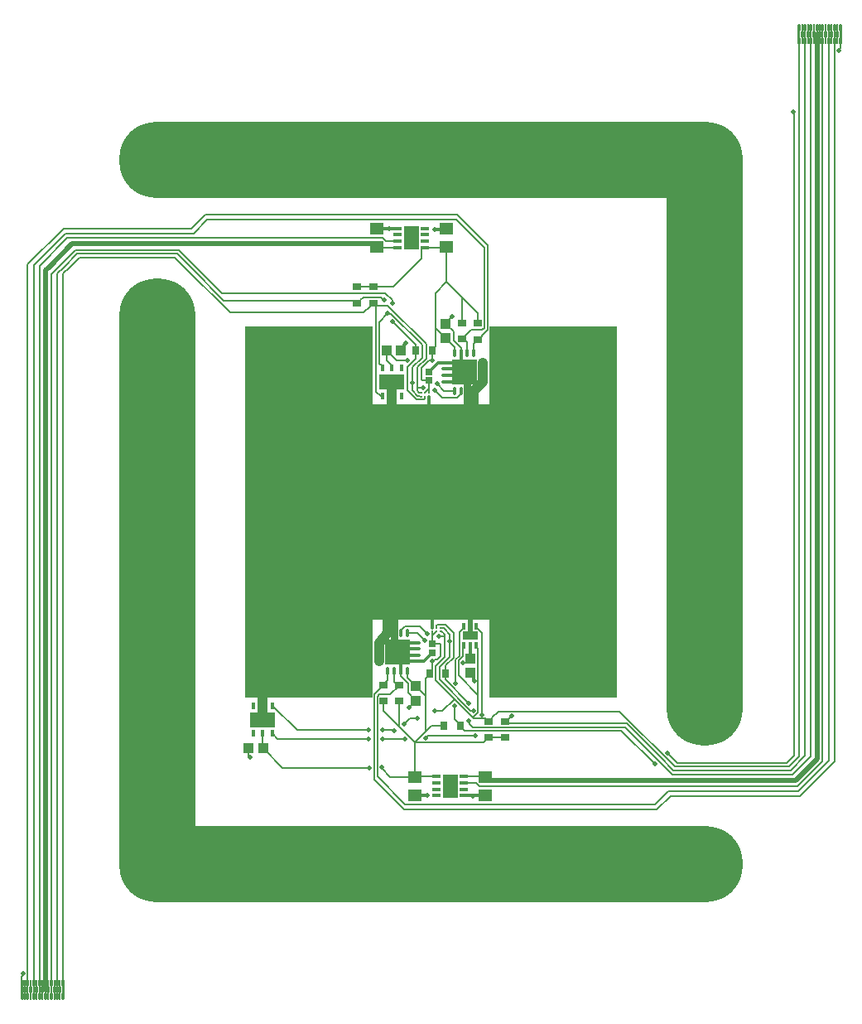
<source format=gbr>
%FSLAX23Y23*%
%MOIN*%
%SFA1B1*%

%IPPOS*%
%AMD26*
4,1,8,-0.433100,0.424400,-0.433100,-0.424400,-0.424400,-0.433100,0.424400,-0.433100,0.433100,-0.424400,0.433100,0.424400,0.424400,0.433100,-0.424400,0.433100,-0.433100,0.424400,0.0*
1,1,0.017320,-0.424400,0.424400*
1,1,0.017320,-0.424400,-0.424400*
1,1,0.017320,0.424400,-0.424400*
1,1,0.017320,0.424400,0.424400*
%
%AMD35*
4,1,11,-0.005900,-0.039300,-0.005900,0.035500,-0.001900,0.039400,-0.001900,0.039400,0.002000,0.039400,0.006000,0.035500,0.006000,0.014800,0.002000,0.010900,0.002000,-0.014700,0.006000,-0.018700,0.006000,-0.039300,-0.005900,-0.039300,0.0*
%
%AMD36*
4,1,12,-0.005900,-0.012800,-0.005900,0.008900,-0.001900,0.012800,-0.001900,0.039400,0.002000,0.039400,0.002000,0.012800,0.006000,0.008900,0.006000,-0.012800,0.002000,-0.016700,0.002000,-0.039300,-0.001900,-0.039300,-0.001900,-0.016700,-0.005900,-0.012800,0.0*
%
%AMD37*
4,1,14,-0.005900,-0.039300,-0.005900,-0.018700,-0.001900,-0.014700,-0.001900,0.010900,-0.005900,0.014800,-0.005900,0.035500,-0.001900,0.039400,0.002000,0.039400,0.006000,0.035500,0.006000,0.014800,0.002000,0.010900,0.002000,-0.014700,0.006000,-0.018700,0.006000,-0.039300,-0.005900,-0.039300,0.0*
%
%AMD38*
4,1,12,-0.005900,-0.039300,-0.005900,-0.018700,-0.001900,-0.014700,-0.001900,-0.014700,-0.001900,0.010900,-0.005900,0.014800,-0.005900,0.014800,-0.005900,0.035500,-0.001900,0.039400,0.002000,0.039400,0.006000,0.035500,0.006000,-0.039300,-0.005900,-0.039300,0.0*
%
%AMD39*
4,1,11,0.006000,0.039400,0.006000,-0.035400,0.002000,-0.039300,0.002000,-0.039300,-0.001900,-0.039300,-0.005900,-0.035400,-0.005900,-0.014700,-0.001900,-0.010800,-0.001900,0.014800,-0.005900,0.018700,-0.005900,0.039400,0.006000,0.039400,0.0*
%
%AMD40*
4,1,12,0.006000,0.012800,0.006000,-0.008800,0.002000,-0.012800,0.002000,-0.039300,-0.001900,-0.039300,-0.001900,-0.012800,-0.005900,-0.008800,-0.005900,0.012800,-0.001900,0.016800,-0.001900,0.039400,0.002000,0.039400,0.002000,0.016800,0.006000,0.012800,0.0*
%
%AMD41*
4,1,14,0.006000,0.039400,0.006000,0.018700,0.002000,0.014800,0.002000,-0.010800,0.006000,-0.014700,0.006000,-0.035400,0.002000,-0.039300,-0.001900,-0.039300,-0.005900,-0.035400,-0.005900,-0.014700,-0.001900,-0.010800,-0.001900,0.014800,-0.005900,0.018700,-0.005900,0.039400,0.006000,0.039400,0.0*
%
%AMD42*
4,1,12,0.006000,0.039400,0.006000,0.018700,0.002000,0.014800,0.002000,0.014800,0.002000,-0.010800,0.006000,-0.014700,0.006000,-0.014700,0.006000,-0.035400,0.002000,-0.039300,-0.001900,-0.039300,-0.005900,-0.035400,-0.005900,0.039400,0.006000,0.039400,0.0*
%
%ADD10R,0.057090X0.051180*%
%ADD11R,0.039370X0.039370*%
%ADD12R,0.039370X0.039370*%
%ADD13R,0.028350X0.026770*%
%ADD14R,0.027560X0.035430*%
%ADD15R,0.035430X0.027560*%
%ADD16R,0.011810X0.027560*%
%ADD17R,0.062990X0.035040*%
%ADD18R,0.058660X0.094490*%
%ADD19R,0.035430X0.013780*%
%ADD20C,0.007870*%
%ADD21R,0.102360X0.102360*%
%ADD22O,0.033470X0.011810*%
%ADD23O,0.011810X0.033470*%
%ADD24R,0.015750X0.031500*%
%ADD25R,0.098430X0.059060*%
G04~CAMADD=26~8~0.0~0.0~8661.4~8661.4~86.6~0.0~15~0.0~0.0~0.0~0.0~0~0.0~0.0~0.0~0.0~0~0.0~0.0~0.0~90.0~8662.0~8662.0*
%ADD26D26*%
%ADD27C,0.307090*%
%ADD28C,0.005510*%
%ADD29C,0.019680*%
%ADD30C,0.007870*%
%ADD31C,0.039370*%
%ADD32C,0.029530*%
%ADD33C,0.011810*%
%ADD34C,0.307090*%
%ADD35D35*%
%ADD36D36*%
%ADD37D37*%
%ADD38D38*%
%ADD39D39*%
%ADD40D40*%
%ADD41D41*%
%ADD42D42*%
%ADD43C,0.019680*%
%LNhumflex2_1_copper_signal_top-1*%
%LPD*%
G36*
X-551Y-551D02*
X-39D01*
Y-236*
X433*
Y-551*
X944*
Y944*
X433*
Y629*
X-39*
Y944*
X-551*
Y-551*
G37*
G54D10*
X132Y-870D03*
Y-943D03*
X416Y-870D03*
Y-943D03*
X-23Y1262D03*
Y1335D03*
X259Y1262D03*
Y1335D03*
G54D11*
X355Y-451D03*
Y-394D03*
X136Y-562D03*
Y-505D03*
X255Y954D03*
Y897D03*
G54D12*
X-537Y-755D03*
X-480D03*
X75Y846D03*
X18D03*
G54D13*
X203Y-369D03*
Y-334D03*
X188Y761D03*
Y726D03*
G54D14*
X314Y-665D03*
X249D03*
X190Y-454D03*
X256D03*
X136Y846D03*
X201D03*
G54D15*
X495Y-711D03*
Y-646D03*
X428D03*
Y-711D03*
X69Y-565D03*
Y-500D03*
X6Y-499D03*
Y-564D03*
X385Y956D03*
Y891D03*
X322Y892D03*
Y957D03*
X-35Y1103D03*
Y1038D03*
X-102D03*
Y1103D03*
G54D16*
X379Y-262D03*
X354D03*
X328D03*
X379Y-340D03*
X354D03*
X328D03*
G54D17*
X354Y-301D03*
G54D18*
X274Y-906D03*
X118Y1299D03*
G54D19*
X329Y-945D03*
Y-919D03*
Y-894D03*
Y-868D03*
X219Y-945D03*
Y-919D03*
Y-894D03*
Y-868D03*
X63Y1337D03*
Y1312D03*
Y1286D03*
Y1260D03*
X173Y1337D03*
Y1312D03*
Y1286D03*
Y1260D03*
G54D20*
X235Y-284D03*
X219D03*
X203D03*
X235Y-269D03*
X219D03*
X203D03*
X157Y677D03*
X173D03*
X188D03*
X157Y661D03*
X173D03*
X188D03*
G54D21*
X62Y-367D03*
X330Y759D03*
G54D22*
X137Y-329D03*
Y-354D03*
Y-380D03*
Y-405D03*
X-13D03*
Y-380D03*
Y-354D03*
Y-329D03*
X254Y721D03*
Y747D03*
Y772D03*
Y798D03*
X406D03*
Y772D03*
Y747D03*
Y721D03*
G54D23*
X100Y-443D03*
X74D03*
X49D03*
X23D03*
Y-291D03*
X49D03*
X74D03*
X100D03*
X292Y835D03*
X317D03*
X343D03*
X369D03*
Y684D03*
X343D03*
X317D03*
X292D03*
G54D24*
X-441Y-582D03*
X-481D03*
X-520D03*
X-441Y-695D03*
X-481D03*
X-520D03*
X0Y663D03*
X39D03*
X78D03*
X0Y777D03*
X39D03*
X78D03*
G54D25*
X-481Y-639D03*
X39Y720D03*
G54D26*
X196Y196D03*
G54D27*
X-905Y-1220D02*
Y984D01*
Y-1220D02*
X1299D01*
Y-590D02*
Y1614D01*
X-905D02*
X1299D01*
G54D28*
X185Y-704D02*
X374D01*
X177Y-712D02*
X185Y-704D01*
X175Y-712D02*
X177D01*
X314Y-669D02*
X330Y-685D01*
X963*
X1097Y-818*
X314Y-669D02*
Y-665D01*
X1149Y-775D02*
X1188Y-814D01*
X1177Y-828D02*
X1637D01*
X1167Y-859D02*
X1653D01*
X956Y-607D02*
X1177Y-828D01*
X984Y-654D02*
X1117Y-787D01*
X1173Y-843D02*
X1644D01*
X978Y-670D02*
X1095Y-787D01*
X1117D02*
X1173Y-843D01*
X1095Y-787D02*
X1167Y-859D01*
X364Y-670D02*
X978D01*
X291Y-637D02*
X314Y-661D01*
X291Y-637D02*
Y-582D01*
X314Y-665D02*
Y-661D01*
X231Y-477D02*
X355Y-602D01*
X256Y-478D02*
X349Y-572D01*
X290Y-556D02*
X364Y-630D01*
X241Y-605D02*
X290Y-556D01*
X215Y-481D02*
X290Y-556D01*
X349Y-643D02*
X352Y-645D01*
Y-657D02*
X364Y-670D01*
X352Y-657D02*
Y-645D01*
X-1403Y-1728D02*
Y1181D01*
X-1427Y1194D02*
X-1283Y1338D01*
X-1427Y1181D02*
Y1194D01*
X-1403Y1190D02*
X-1275Y1318D01*
X-1379Y1187D02*
X-1267Y1299D01*
X-1379Y1181D02*
Y1187D01*
X-1427Y-1728D02*
Y1181D01*
X-1379Y-1728D02*
Y1181D01*
X-1403D02*
Y1190D01*
X-1309Y-1728D02*
Y1155D01*
X-1332Y-1728D02*
Y1154D01*
X-1285Y-1728D02*
Y1155D01*
X-1259Y1181*
X-1332Y1154D02*
X-1305Y1181D01*
X-1309Y1155D02*
X-1283Y1181D01*
X-1228Y1236*
X-1259Y1181D02*
X-1220Y1220D01*
X-1305Y1181D02*
X-1234Y1251D01*
X1654Y1807D02*
X1659Y1802D01*
X1844Y2083D02*
Y2120D01*
X1773Y-787D02*
Y2120D01*
X1820Y-787D02*
Y2120D01*
X1797Y-787D02*
Y2120D01*
X1659Y1802D02*
Y-783D01*
X1726Y-786D02*
Y2120D01*
X1702Y-785D02*
Y2120D01*
X1678D02*
Y-787D01*
X1680Y-946D02*
X1820Y-806D01*
X1674Y-926D02*
X1797Y-804D01*
X1673Y-906D02*
X1773Y-807D01*
Y-787*
X1820Y-806D02*
Y-787D01*
X1653Y-859D02*
X1726Y-786D01*
X1644Y-843D02*
X1702Y-785D01*
X1637Y-828D02*
X1678Y-787D01*
X1797Y-804D02*
Y-787D01*
X1627Y-814D02*
X1659Y-783D01*
X369Y835D02*
Y873D01*
X330Y893D02*
X343Y880D01*
X326Y893D02*
X330D01*
X169Y649D02*
X173Y652D01*
X173Y661*
X137Y649D02*
X169D01*
X141Y664D02*
X143Y663D01*
X145Y662*
X157Y661*
X146Y680D02*
X147Y678D01*
X157Y677*
X317Y673D02*
Y684D01*
X302Y657D02*
X317Y673D01*
X122Y688D02*
X141Y664D01*
X249Y684D02*
X292D01*
X240Y657D02*
X302D01*
X122Y688D02*
Y716D01*
X102Y685D02*
X137Y649D01*
X141Y688D02*
Y686D01*
Y688D02*
Y693D01*
X142Y685D02*
X146Y680D01*
X141Y686D02*
X142Y685D01*
X122Y716D02*
Y779D01*
X141Y693D02*
X145Y697D01*
X165*
X0Y777D02*
Y785D01*
X15Y1286D02*
X63D01*
X359Y929D02*
X403D01*
X413Y938*
X389Y891D02*
X400Y902D01*
X385Y891D02*
X389D01*
X400Y906D02*
X425Y930D01*
X400Y902D02*
Y906D01*
X-11Y793D02*
Y960D01*
X-24Y681D02*
X-5Y662D01*
X-11Y793D02*
X-8Y790D01*
X-5*
X0Y785*
X-24Y681D02*
Y1027D01*
X-91Y1045D02*
X-87Y1049D01*
X-24Y1027D02*
X23D01*
X40Y1038D02*
X43Y1035D01*
X40Y1038D02*
Y1049D01*
X-35Y1038D02*
X-24Y1027D01*
X-24Y1027*
X23Y1027D02*
X177Y874D01*
X136Y846D02*
Y871D01*
X161Y818D02*
Y870D01*
X177Y814D02*
Y874D01*
X-50Y1027D02*
X-39Y1038D01*
X-35*
X2Y1299D02*
X15Y1286D01*
X-5Y662D02*
X0D01*
X-91Y1027D02*
Y1045D01*
X369Y873D02*
X386Y890D01*
X343Y835D02*
Y880D01*
X-748Y1181D02*
D01*
X25Y994D02*
X36D01*
X23Y996D02*
X25Y994D01*
X36D02*
X161Y870D01*
X-11Y960D02*
X23Y996D01*
X141Y779D02*
X177Y814D01*
X122Y779D02*
X161Y818D01*
X136Y813D02*
Y846D01*
X102Y685D02*
Y779D01*
X136Y813*
X141Y693D02*
Y779D01*
X-111Y1047D02*
X-91Y1027D01*
X-87Y1049D02*
D01*
X-4Y1061D02*
X5Y1051D01*
X-87Y1049D02*
X-75Y1061D01*
X5Y1051D02*
X7D01*
X-75Y1061D02*
X-4D01*
X-748Y1181D02*
X-645Y1078D01*
X12D02*
X40Y1049D01*
X-645Y1078D02*
X12D01*
X-50Y1023D02*
Y1027D01*
X220Y712D02*
X249Y684D01*
X43Y964D02*
X136Y871D01*
X212Y685D02*
Y686D01*
Y685D02*
X240Y657D01*
X425Y1181D02*
D01*
Y930D02*
Y1181D01*
Y1271D01*
X413Y938D02*
Y1181D01*
Y1259*
X299Y1374D02*
X413Y1259D01*
X-704Y1374D02*
X299D01*
X303Y1393D02*
X425Y1271D01*
X-712Y1393D02*
X303D01*
X325Y895D02*
X359Y929D01*
X-1267Y1299D02*
X2D01*
X322Y892D02*
X325Y895D01*
X-1283Y1338D02*
X-767D01*
X-712Y1393*
X-1275Y1318D02*
X-759D01*
X-704Y1374*
X-818Y1251D02*
X-748Y1181D01*
X-1234Y1251D02*
X-818D01*
X-637Y1047D02*
X-111D01*
X-1228Y1236D02*
X-826D01*
X-770Y1181D02*
X-637Y1047D01*
X-770Y1181D02*
D01*
X-826Y1236D02*
X-770Y1181D01*
X-1220Y1220D02*
X-834D01*
X-795Y1181D02*
D01*
X-834Y1220D02*
X-795Y1181D01*
X-74Y999D02*
X-50Y1023D01*
X-613Y999D02*
X-74D01*
X-795Y1181D02*
X-613Y999D01*
X443Y-631D02*
X467Y-607D01*
X67Y-502D02*
X69Y-500D01*
X152Y-265D02*
X180Y-292D01*
Y-294D02*
Y-292D01*
X143Y-291D02*
X172Y-320D01*
X443Y-635D02*
Y-631D01*
X256Y-454D02*
Y-421D01*
X49Y-488D02*
Y-443D01*
X6Y-498D02*
X23Y-480D01*
X428Y-646D02*
X432D01*
X443Y-635*
X256Y-478D02*
Y-454D01*
X2Y-499D02*
X6D01*
X329Y-894D02*
X377D01*
X246Y-305D02*
X251Y-301D01*
X249Y-292D02*
X251Y-294D01*
X246Y-288D02*
X249Y-292D01*
X251Y-301D02*
Y-296D01*
Y-294D02*
Y-296D01*
X270Y-324D02*
Y-296D01*
X90Y-265D02*
X152D01*
X100Y-291D02*
X143D01*
X251Y-272D02*
X270Y-296D01*
X74Y-280D02*
X90Y-265D01*
X74Y-291D02*
Y-280D01*
X235Y-284D02*
X244Y-286D01*
X246Y-288*
X235Y-269D02*
X247Y-270D01*
X249Y-270*
X251Y-272*
X222Y-257D02*
X254D01*
X219Y-269D02*
X219Y-260D01*
X222Y-257*
X62Y-501D02*
X65D01*
X49Y-488D02*
X62Y-501D01*
X23Y-480D02*
Y-443D01*
X231Y-426D02*
X270Y-387D01*
X231Y-477D02*
Y-426D01*
X215Y-481D02*
Y-422D01*
X227Y-305D02*
X246D01*
X215Y-422D02*
X251Y-387D01*
Y-301*
X379Y-348D02*
Y-340D01*
X387Y-277D02*
X388D01*
X379Y-269D02*
X387Y-277D01*
X379Y-269D02*
Y-262D01*
X493Y-644D02*
X501D01*
X520Y-625D02*
X523D01*
X501Y-644D02*
X520Y-625D01*
X493Y-644D02*
X504Y-654D01*
X388Y-277D02*
X400Y-289D01*
X270Y-387D02*
Y-324D01*
X379Y-348D02*
X386Y-355D01*
X364Y-630D02*
X386Y-609D01*
X310Y-288D02*
X320Y-277D01*
X328Y-269D02*
Y-262D01*
X320Y-277D02*
X320D01*
X328Y-269*
X325Y-354D02*
X325Y-354D01*
Y-343*
X328Y-340*
X307Y-401D02*
X325Y-383D01*
Y-354*
X254Y-257D02*
X287Y-290D01*
Y-389D02*
Y-290D01*
X256Y-421D02*
X287Y-389D01*
X310Y-382D02*
Y-288D01*
X294Y-398D02*
X310Y-382D01*
X367Y-602D02*
X368Y-603D01*
X355Y-602D02*
X367D01*
X386Y-540D02*
Y-355D01*
X307Y-460D02*
X386Y-540D01*
Y-609D02*
Y-540D01*
X307Y-460D02*
Y-401D01*
X377Y-894D02*
X390Y-906D01*
X1097Y-981D02*
X1152Y-926D01*
X1105Y-1001D02*
X1160Y-946D01*
X294Y-490D02*
Y-398D01*
Y-490D02*
X296Y-492D01*
X89Y-1001D02*
X1105D01*
X93Y-981D02*
X1097D01*
X-441Y-695D02*
X-421Y-716D01*
X-55*
X33Y-536D02*
X67Y-502D01*
X-32Y-879D02*
Y-788D01*
Y-538D02*
X-8Y-514D01*
Y-510D02*
X2Y-499D01*
X-32Y-879D02*
X89Y-1001D01*
X-20Y-867D02*
X93Y-981D01*
X-8Y-514D02*
Y-510D01*
X-20Y-788D02*
D01*
Y-546D02*
X-11Y-536D01*
X-20Y-867D02*
Y-788D01*
X-11Y-536D02*
X33D01*
X-20Y-788D02*
Y-546D01*
X-32Y-788D02*
Y-538D01*
X-441Y-582D02*
X-343Y-681D01*
X-56*
X91Y-717D02*
X92Y-718D01*
X0Y-716D02*
X0Y-717D01*
X91*
X48Y-681D02*
X49Y-682D01*
X1Y-681D02*
X48D01*
X0Y-681D02*
X1Y-681D01*
X210Y-605D02*
X241D01*
X112Y-632D02*
X142D01*
X87Y-657D02*
X112Y-632D01*
X467Y-607D02*
X956D01*
X504Y-654D02*
X984D01*
X1160Y-946D02*
X1680D01*
X1152Y-926D02*
X1674D01*
X390Y-906D02*
X1673D01*
X1188Y-814D02*
X1627D01*
X418Y-636D02*
X428Y-646D01*
X364Y-630D02*
X369Y-635D01*
X417*
X400Y-619D02*
Y-289D01*
G54D29*
X-1354Y-1728D02*
Y1169D01*
X-1342Y1181D02*
X-1248Y1275D01*
X-1354Y1169D02*
X-1342Y1181D01*
X1750Y2120D02*
D01*
Y-798D02*
Y-787D01*
Y2120*
X1664Y-883D02*
X1750Y-798D01*
X-36Y1275D02*
X-23Y1262D01*
X-1248Y1275D02*
X-36D01*
X416Y-870D02*
X429Y-883D01*
X1664*
X354Y-301D02*
Y-262D01*
X196Y196D02*
X354Y39D01*
Y-262D02*
Y39D01*
G54D30*
X-1444Y-1664D02*
Y-1661D01*
X-1452Y-1672D02*
X-1444Y-1664D01*
X-1452Y-1726D02*
Y-1672D01*
X1837Y2057D02*
X1844Y2064D01*
X1837Y2053D02*
Y2057D01*
X1844Y2064D02*
Y2083D01*
X157Y730D02*
X162Y726D01*
X188*
X257Y1260D02*
X259Y1262D01*
X18Y805D02*
X39Y785D01*
X18Y805D02*
Y846D01*
X39Y777D02*
Y785D01*
X188Y692D02*
Y726D01*
Y677D02*
Y692D01*
X173Y677D02*
X188Y692D01*
X157Y730D02*
Y775D01*
X259Y1122D02*
Y1262D01*
X216Y937D02*
Y1078D01*
X259Y1122*
X322Y1059*
X216Y864D02*
Y937D01*
X211Y860D02*
X211D01*
X216Y864*
X200Y849D02*
X211Y860D01*
X-102Y1103D02*
X-35D01*
X44*
X159Y1257D02*
X162Y1260D01*
X159Y1218D02*
Y1257D01*
X44Y1103D02*
X159Y1218D01*
X162Y1260D02*
X173D01*
X257*
X-21D02*
X63D01*
X322Y957D02*
Y1059D01*
X18Y846D02*
X57Y807D01*
X157Y775D02*
X188Y807D01*
X200*
X322Y1059D02*
X385Y996D01*
Y956D02*
Y996D01*
X255Y954D02*
X287Y923D01*
X291Y836D02*
Y861D01*
X255Y897D02*
X291Y861D01*
X216Y937D02*
X255Y897D01*
X291Y836D02*
X292Y835D01*
X317Y836D02*
X317Y835D01*
X287Y885D02*
X317Y855D01*
X287Y885D02*
Y923D01*
X317Y836D02*
Y855D01*
X57Y807D02*
X102D01*
X255Y954D02*
Y956D01*
X283Y984*
X-23Y1262D02*
X-22Y1261D01*
X-21Y1260*
X414Y-868D02*
X415Y-869D01*
X416Y-870*
X109Y-591D02*
X136Y-564D01*
Y-562*
X75Y-462D02*
Y-443D01*
X105Y-531D02*
Y-492D01*
X75Y-462D02*
X105Y-492D01*
X74Y-443D02*
X75Y-443D01*
X100Y-443D02*
X101Y-444D01*
X136Y-505D02*
X176Y-544D01*
X101Y-469D02*
X136Y-505D01*
X101Y-469D02*
Y-444D01*
X105Y-531D02*
X136Y-562D01*
X6Y-603D02*
Y-564D01*
X329Y-868D02*
X414D01*
X134D02*
X219D01*
X176Y-472D02*
X180Y-467D01*
X181*
X176Y-544D02*
Y-472D01*
X203Y-300D02*
X219Y-284D01*
X203Y-300D02*
Y-284D01*
Y-334D02*
Y-300D01*
X132Y-870D02*
X134Y-868D01*
X203Y-334D02*
X230D01*
X235Y-383D02*
Y-338D01*
X230Y-334D02*
X235Y-338D01*
X220Y-398D02*
X235Y-383D01*
X211Y-398D02*
X220D01*
X202Y-403D02*
X205D01*
X200Y-448D02*
Y-405D01*
X205Y-403D02*
X211Y-398D01*
X200Y-405D02*
X202Y-403D01*
X339Y-410D02*
X355Y-394D01*
X326Y-410D02*
X326Y-410D01*
X339*
X181Y-467D02*
X200Y-448D01*
X200Y807D02*
Y849D01*
X424Y-711D02*
X495D01*
X132Y-870D02*
Y-729D01*
X69Y-666D02*
X132Y-729D01*
X409D02*
X414Y-724D01*
Y-721D02*
X424Y-711D01*
X414Y-724D02*
Y-721D01*
X132Y-729D02*
X409D01*
X69Y-666D02*
Y-565D01*
X6Y-603D02*
X69Y-666D01*
X132Y-729D02*
X176Y-686D01*
X219Y-868D02*
X230D01*
X233Y-865*
X176Y-686D02*
Y-544D01*
X31Y-870D02*
X132D01*
X-481Y-754D02*
Y-695D01*
X-3Y-834D02*
X31Y-870D01*
X-3Y-834D02*
Y-831D01*
X-481Y-754D02*
X-480Y-755D01*
X-403Y-832*
X-52*
X-537Y-784D02*
Y-755D01*
Y-784D02*
X-531Y-790D01*
X176Y-686D02*
X197Y-665D01*
X249*
G54D31*
X406Y721D02*
Y747D01*
Y772*
Y798*
X369Y369D02*
Y606D01*
X23Y23D02*
X195Y195D01*
X23Y-214D02*
Y23D01*
X-13Y-405D02*
Y-380D01*
Y-354*
Y-329*
X196Y196D02*
X369Y369D01*
X39Y354D02*
X188Y204D01*
X39Y354D02*
Y663D01*
Y720*
X-481Y-639D02*
Y-582D01*
Y-528D02*
X-480Y-527D01*
X-481Y-582D02*
Y-528D01*
X-13Y-329D02*
X23Y-291D01*
Y-214*
X369Y606D02*
Y684D01*
X406Y721*
G54D32*
X343Y615D02*
X352Y606D01*
X330Y759D02*
X343Y747D01*
Y684D02*
Y747D01*
X49Y-354D02*
Y-291D01*
Y-222*
Y-354D02*
X62Y-367D01*
X23Y-214D02*
X40D01*
X49Y-222*
X352Y606D02*
X369D01*
X343Y615D02*
Y684D01*
G54D33*
X254Y747D02*
X317D01*
X254Y721D02*
X292D01*
X317Y747*
X330Y759*
X254Y772D02*
X317D01*
X292Y798D02*
X317Y772D01*
X330Y759*
X317Y772D02*
Y835D01*
X197Y770D02*
X225Y798D01*
X197Y769D02*
Y770D01*
X189Y761D02*
X197Y769D01*
X188Y761D02*
X189D01*
X75Y846D02*
X89Y860D01*
Y870*
X-23Y1335D02*
X22D01*
X25Y1338D02*
X27D01*
X22Y1335D02*
X25Y1338D01*
X27D02*
X28Y1338D01*
X62*
X63Y1337*
X212Y1334D02*
X258D01*
X259Y1335*
X225Y798D02*
X254D01*
X292*
X89Y870D02*
X94Y875D01*
Y877*
X188Y204D02*
X196Y196D01*
X100Y-405D02*
X137D01*
X167*
X132Y-943D02*
X133Y-942D01*
X180*
X329Y-945D02*
X330Y-945D01*
X364*
X365Y-946*
X367D02*
X370Y-943D01*
X365Y-946D02*
X367D01*
X370Y-943D02*
X416D01*
X202Y-369D02*
X203D01*
X195Y-377D02*
X202Y-369D01*
X195Y-377D02*
Y-377D01*
X167Y-405D02*
X195Y-377D01*
X74Y-443D02*
Y-380D01*
X62Y-367D02*
X74Y-380D01*
X100Y-405*
X74Y-380D02*
X137D01*
X62Y-367D02*
X74Y-354D01*
X100Y-329*
X137*
X74Y-354D02*
X137D01*
X203Y-269D02*
Y187D01*
X188Y204D02*
Y661D01*
X355Y-394D02*
Y-349D01*
X354Y-348D02*
Y-340D01*
Y-348D02*
X355Y-349D01*
X369Y-483D02*
X370Y-484D01*
X355Y-451D02*
X369Y-465D01*
Y-483D02*
Y-465D01*
G54D34*
X-905Y984D03*
X1299Y-590D03*
Y-1220D03*
X354D03*
X39D03*
X-590D03*
X-275D03*
X984D03*
X669D03*
X1299Y1614D03*
X354D03*
X39D03*
X-590D03*
X-275D03*
X984D03*
X669D03*
X-905D03*
X1299Y1299D03*
Y354D03*
Y39D03*
Y-275D03*
Y984D03*
Y669D03*
X-905Y-1220D03*
Y-905D03*
Y-590D03*
Y-275D03*
Y39D03*
Y354D03*
Y669D03*
G54D35*
X1679Y2120D03*
G54D36*
X1690Y2120D03*
X1714D03*
X1738D03*
X1761D03*
X1785D03*
X1809D03*
X1832D03*
G54D37*
X1702Y2120D03*
X1726D03*
X1750D03*
X1773D03*
X1797D03*
X1820D03*
G54D38*
X1844Y2120D03*
G54D39*
X-1285Y-1726D03*
G54D40*
X-1297Y-1726D03*
X-1320D03*
X-1344D03*
X-1368D03*
X-1391D03*
X-1415D03*
X-1438D03*
G54D41*
X-1309Y-1726D03*
X-1332D03*
X-1356D03*
X-1379D03*
X-1403D03*
X-1427D03*
G54D42*
X-1450Y-1726D03*
G54D43*
X374Y-704D03*
X1149Y-775D03*
X291Y-582D03*
X-527Y-527D03*
Y-496D03*
X-503Y-511D03*
X-527Y-464D03*
X-503Y-480D03*
Y-448D03*
X-527Y-433D03*
Y-401D03*
X-503Y-417D03*
X-527Y-370D03*
X-503Y-385D03*
Y-354D03*
X-527Y-338D03*
Y-307D03*
X-503Y-322D03*
X-527Y-275D03*
X-503Y-291D03*
Y-259D03*
X-527Y-244D03*
Y-212D03*
X-503Y-228D03*
X-527Y-181D03*
X-503Y-196D03*
Y-165D03*
X-527Y-149D03*
Y-118D03*
X-503Y-133D03*
X-527Y-86D03*
X-503Y-102D03*
Y-70D03*
X-527Y-55D03*
Y-23D03*
X-503Y-39D03*
X-527Y7D03*
X-503Y-7D03*
Y23D03*
X-527Y39D03*
Y70D03*
X-503Y55D03*
X-527Y102D03*
X-503Y86D03*
Y118D03*
X-527Y133D03*
Y165D03*
X-503Y149D03*
X-527Y196D03*
X-503Y181D03*
Y212D03*
X-527Y228D03*
Y259D03*
X-503Y244D03*
X-527Y291D03*
X-503Y275D03*
Y307D03*
X-527Y322D03*
Y354D03*
X-503Y338D03*
X-527Y385D03*
X-503Y370D03*
Y401D03*
X-527Y417D03*
Y448D03*
X-503Y433D03*
X-527Y480D03*
X-503Y464D03*
Y496D03*
X-527Y511D03*
Y543D03*
X-503Y527D03*
X-527Y574D03*
X-503Y559D03*
Y590D03*
X-527Y606D03*
Y637D03*
X-503Y622D03*
X-527Y669D03*
X-503Y653D03*
Y685D03*
X-527Y700D03*
Y732D03*
X-503Y716D03*
X-527Y763D03*
X-503Y748D03*
Y779D03*
X-527Y795D03*
Y826D03*
X-503Y811D03*
X-527Y858D03*
X-503Y842D03*
Y874D03*
X-527Y889D03*
Y921D03*
X-503Y905D03*
X-480Y-527D03*
Y-496D03*
X-456Y-511D03*
X-480Y-464D03*
X-456Y-480D03*
Y-448D03*
X-480Y-433D03*
Y-401D03*
X-456Y-417D03*
X-480Y-370D03*
X-456Y-385D03*
Y-354D03*
X-480Y-338D03*
Y-307D03*
X-456Y-322D03*
X-480Y-275D03*
X-456Y-291D03*
Y-259D03*
X-480Y-244D03*
Y-212D03*
X-456Y-228D03*
X-480Y-181D03*
X-456Y-196D03*
Y-165D03*
X-480Y-149D03*
Y-118D03*
X-456Y-133D03*
X-480Y-86D03*
X-456Y-102D03*
Y-70D03*
X-480Y-55D03*
Y-23D03*
X-456Y-39D03*
X-480Y7D03*
X-456Y-7D03*
Y23D03*
X-480Y39D03*
Y70D03*
X-456Y55D03*
X-480Y102D03*
X-456Y86D03*
Y118D03*
X-480Y133D03*
Y165D03*
X-456Y149D03*
X-480Y196D03*
X-456Y181D03*
Y212D03*
X-480Y228D03*
Y259D03*
X-456Y244D03*
X-480Y291D03*
X-456Y275D03*
Y307D03*
X-480Y322D03*
Y354D03*
X-456Y338D03*
X-480Y385D03*
X-456Y370D03*
Y401D03*
X-480Y417D03*
Y448D03*
X-456Y433D03*
X-480Y480D03*
X-456Y464D03*
Y496D03*
X-480Y511D03*
Y543D03*
X-456Y527D03*
X-480Y574D03*
X-456Y559D03*
Y590D03*
X-480Y606D03*
Y637D03*
X-456Y622D03*
X-480Y669D03*
X-456Y653D03*
Y685D03*
X-480Y700D03*
Y732D03*
X-456Y716D03*
X-480Y763D03*
X-456Y748D03*
Y779D03*
X-480Y795D03*
Y826D03*
X-456Y811D03*
X-480Y858D03*
X-456Y842D03*
Y874D03*
X-480Y889D03*
Y921D03*
X-456Y905D03*
X-433Y-527D03*
Y-496D03*
X-409Y-511D03*
X-433Y-464D03*
X-409Y-480D03*
Y-448D03*
X-433Y-433D03*
Y-401D03*
X-409Y-417D03*
X-433Y-370D03*
X-409Y-385D03*
Y-354D03*
X-433Y-338D03*
Y-307D03*
X-409Y-322D03*
X-433Y-275D03*
X-409Y-291D03*
Y-259D03*
X-433Y-244D03*
Y-212D03*
X-409Y-228D03*
X-433Y-181D03*
X-409Y-196D03*
Y-165D03*
X-433Y-149D03*
Y-118D03*
X-409Y-133D03*
X-433Y-86D03*
X-409Y-102D03*
Y-70D03*
X-433Y-55D03*
Y-23D03*
X-409Y-39D03*
X-433Y7D03*
X-409Y-7D03*
Y23D03*
X-433Y39D03*
Y70D03*
X-409Y55D03*
X-433Y102D03*
X-409Y86D03*
Y118D03*
X-433Y133D03*
Y165D03*
X-409Y149D03*
X-433Y196D03*
X-409Y181D03*
Y212D03*
X-433Y228D03*
Y259D03*
X-409Y244D03*
X-433Y291D03*
X-409Y275D03*
Y307D03*
X-433Y322D03*
Y354D03*
X-409Y338D03*
X-433Y385D03*
X-409Y370D03*
Y401D03*
X-433Y417D03*
Y448D03*
X-409Y433D03*
X-433Y480D03*
X-409Y464D03*
Y496D03*
X-433Y511D03*
Y543D03*
X-409Y527D03*
X-433Y574D03*
X-409Y559D03*
Y590D03*
X-433Y606D03*
Y637D03*
X-409Y622D03*
X-433Y669D03*
X-409Y653D03*
Y685D03*
X-433Y700D03*
Y732D03*
X-409Y716D03*
X-433Y763D03*
X-409Y748D03*
Y779D03*
X-433Y795D03*
Y826D03*
X-409Y811D03*
X-433Y858D03*
X-409Y842D03*
Y874D03*
X-433Y889D03*
Y921D03*
X-409Y905D03*
X921Y921D03*
Y889D03*
X898Y905D03*
X921Y858D03*
X898Y874D03*
Y842D03*
X921Y826D03*
Y795D03*
X898Y811D03*
X921Y764D03*
X898Y779D03*
Y748D03*
X921Y732D03*
Y701D03*
X898Y716D03*
X921Y669D03*
X898Y685D03*
Y653D03*
X921Y638D03*
Y606D03*
X898Y622D03*
X921Y575D03*
X898Y590D03*
Y559D03*
X921Y543D03*
Y512D03*
X898Y527D03*
X921Y480D03*
X898Y496D03*
Y464D03*
X921Y449D03*
Y417D03*
X898Y433D03*
X921Y386D03*
X898Y401D03*
Y370D03*
X921Y354D03*
Y323D03*
X898Y338D03*
X921Y291D03*
X898Y307D03*
Y275D03*
X921Y260D03*
Y228D03*
X898Y244D03*
X921Y197D03*
X898Y212D03*
Y181D03*
X921Y165D03*
Y134D03*
X898Y149D03*
X921Y102D03*
X898Y118D03*
Y86D03*
X921Y71D03*
Y39D03*
X898Y55D03*
X921Y8D03*
X898Y23D03*
Y-7D03*
X921Y-23D03*
Y-54D03*
X898Y-39D03*
X921Y-86D03*
X898Y-70D03*
Y-102D03*
X921Y-117D03*
Y-149D03*
X898Y-133D03*
X921Y-180D03*
X898Y-165D03*
Y-196D03*
X921Y-212D03*
Y-243D03*
X898Y-228D03*
X921Y-275D03*
X898Y-259D03*
Y-291D03*
X921Y-306D03*
Y-338D03*
X898Y-322D03*
X921Y-369D03*
X898Y-354D03*
Y-385D03*
X921Y-401D03*
Y-432D03*
X898Y-417D03*
X921Y-464D03*
X898Y-448D03*
Y-480D03*
X921Y-495D03*
Y-527D03*
X898Y-511D03*
X874Y921D03*
Y889D03*
X850Y905D03*
X874Y858D03*
X850Y874D03*
Y842D03*
X874Y826D03*
Y795D03*
X850Y811D03*
X874Y764D03*
X850Y779D03*
Y748D03*
X874Y732D03*
Y701D03*
X850Y716D03*
X874Y669D03*
X850Y685D03*
Y653D03*
X874Y638D03*
Y606D03*
X850Y622D03*
X874Y575D03*
X850Y590D03*
Y559D03*
X874Y543D03*
Y512D03*
X850Y527D03*
X874Y480D03*
X850Y496D03*
Y464D03*
X874Y449D03*
Y417D03*
X850Y433D03*
X874Y386D03*
X850Y401D03*
Y370D03*
X874Y354D03*
Y323D03*
X850Y338D03*
X874Y291D03*
X850Y307D03*
Y275D03*
X874Y260D03*
Y228D03*
X850Y244D03*
X874Y197D03*
X850Y212D03*
Y181D03*
X874Y165D03*
Y134D03*
X850Y149D03*
X874Y102D03*
X850Y118D03*
Y86D03*
X874Y71D03*
Y39D03*
X850Y55D03*
X874Y8D03*
X850Y23D03*
Y-7D03*
X874Y-23D03*
Y-54D03*
X850Y-39D03*
X874Y-86D03*
X850Y-70D03*
Y-102D03*
X874Y-117D03*
Y-149D03*
X850Y-133D03*
X874Y-180D03*
X850Y-165D03*
Y-196D03*
X874Y-212D03*
Y-243D03*
X850Y-228D03*
X874Y-275D03*
X850Y-259D03*
Y-291D03*
X874Y-306D03*
Y-338D03*
X850Y-322D03*
X874Y-369D03*
X850Y-354D03*
Y-385D03*
X874Y-401D03*
Y-432D03*
X850Y-417D03*
X874Y-464D03*
X850Y-448D03*
Y-480D03*
X874Y-495D03*
Y-527D03*
X850Y-511D03*
X827Y921D03*
Y889D03*
X803Y905D03*
X827Y858D03*
X803Y874D03*
Y842D03*
X827Y826D03*
Y795D03*
X803Y811D03*
X827Y764D03*
X803Y779D03*
Y748D03*
X827Y732D03*
Y701D03*
X803Y716D03*
X827Y669D03*
X803Y685D03*
Y653D03*
X827Y638D03*
Y606D03*
X803Y622D03*
X827Y575D03*
X803Y590D03*
Y559D03*
X827Y543D03*
Y512D03*
X803Y527D03*
X827Y480D03*
X803Y496D03*
Y464D03*
X827Y449D03*
Y417D03*
X803Y433D03*
X827Y386D03*
X803Y401D03*
Y370D03*
X827Y354D03*
Y323D03*
X803Y338D03*
X827Y291D03*
X803Y307D03*
Y275D03*
X827Y260D03*
Y228D03*
X803Y244D03*
X827Y197D03*
X803Y212D03*
Y181D03*
X827Y165D03*
Y134D03*
X803Y149D03*
X827Y102D03*
X803Y118D03*
Y86D03*
X827Y71D03*
Y39D03*
X803Y55D03*
X827Y8D03*
X803Y23D03*
Y-7D03*
X827Y-23D03*
Y-54D03*
X803Y-39D03*
X827Y-86D03*
X803Y-70D03*
Y-102D03*
X827Y-117D03*
Y-149D03*
X803Y-133D03*
X827Y-180D03*
X803Y-165D03*
Y-196D03*
X827Y-212D03*
Y-243D03*
X803Y-228D03*
X827Y-275D03*
X803Y-259D03*
Y-291D03*
X827Y-306D03*
Y-338D03*
X803Y-322D03*
X827Y-369D03*
X803Y-354D03*
Y-385D03*
X827Y-401D03*
Y-432D03*
X803Y-417D03*
X827Y-464D03*
X803Y-448D03*
Y-480D03*
X827Y-495D03*
Y-527D03*
X803Y-511D03*
X-370Y-409D03*
X-385Y-433D03*
X-354D03*
X-338Y-409D03*
X-307D03*
X-322Y-433D03*
X-275Y-409D03*
X-291Y-433D03*
X-259D03*
X-244Y-409D03*
X-212D03*
X-228Y-433D03*
X-181Y-409D03*
X-196Y-433D03*
X-165D03*
X-149Y-409D03*
X-118D03*
X-133Y-433D03*
X-86Y-409D03*
X-102Y-433D03*
X480Y-409D03*
X496Y-433D03*
X511Y-409D03*
X543D03*
X527Y-433D03*
X574Y-409D03*
X559Y-433D03*
X590D03*
X606Y-409D03*
X637D03*
X622Y-433D03*
X669Y-409D03*
X653Y-433D03*
X685D03*
X700Y-409D03*
X732D03*
X716Y-433D03*
X763Y-409D03*
X748Y-433D03*
X779D03*
X-370Y-456D03*
X-385Y-480D03*
X-354D03*
X-338Y-456D03*
X-307D03*
X-322Y-480D03*
X-275Y-456D03*
X-291Y-480D03*
X-259D03*
X-244Y-456D03*
X-212D03*
X-228Y-480D03*
X-181Y-456D03*
X-196Y-480D03*
X-165D03*
X-149Y-456D03*
X-118D03*
X-133Y-480D03*
X-86Y-456D03*
X-102Y-480D03*
X480Y-456D03*
X496Y-480D03*
X511Y-456D03*
X543D03*
X527Y-480D03*
X574Y-456D03*
X559Y-480D03*
X590D03*
X606Y-456D03*
X637D03*
X622Y-480D03*
X669Y-456D03*
X653Y-480D03*
X685D03*
X700Y-456D03*
X732D03*
X716Y-480D03*
X763Y-456D03*
X748Y-480D03*
X779D03*
X-370Y-503D03*
X-385Y-527D03*
X-354D03*
X-338Y-503D03*
X-307D03*
X-322Y-527D03*
X-275Y-503D03*
X-291Y-527D03*
X-259D03*
X-244Y-503D03*
X-212D03*
X-228Y-527D03*
X-181Y-503D03*
X-196Y-527D03*
X-165D03*
X-149Y-503D03*
X-118D03*
X-133Y-527D03*
X-86Y-503D03*
X-102Y-527D03*
X480Y-503D03*
X496Y-527D03*
X511Y-503D03*
X543D03*
X527Y-527D03*
X574Y-503D03*
X559Y-527D03*
X590D03*
X606Y-503D03*
X637D03*
X622Y-527D03*
X669Y-503D03*
X653Y-527D03*
X685D03*
X700Y-503D03*
X732D03*
X716Y-527D03*
X763Y-503D03*
X748Y-527D03*
X779D03*
X763Y803D03*
X779Y826D03*
X748D03*
X732Y803D03*
X700D03*
X716Y826D03*
X669Y803D03*
X685Y826D03*
X653D03*
X637Y803D03*
X606D03*
X622Y826D03*
X574Y803D03*
X590Y826D03*
X559D03*
X543Y803D03*
X511D03*
X527Y826D03*
X480Y803D03*
X496Y826D03*
X-86Y803D03*
X-102Y826D03*
X-118Y803D03*
X-149D03*
X-133Y826D03*
X-181Y803D03*
X-165Y826D03*
X-196D03*
X-212Y803D03*
X-244D03*
X-228Y826D03*
X-275Y803D03*
X-259Y826D03*
X-291D03*
X-307Y803D03*
X-338D03*
X-322Y826D03*
X-370Y803D03*
X-354Y826D03*
X-385D03*
X763Y850D03*
X779Y874D03*
X748D03*
X732Y850D03*
X700D03*
X716Y874D03*
X669Y850D03*
X685Y874D03*
X653D03*
X637Y850D03*
X606D03*
X622Y874D03*
X574Y850D03*
X590Y874D03*
X559D03*
X543Y850D03*
X511D03*
X527Y874D03*
X480Y850D03*
X496Y874D03*
X-86Y850D03*
X-102Y874D03*
X-118Y850D03*
X-149D03*
X-133Y874D03*
X-181Y850D03*
X-165Y874D03*
X-196D03*
X-212Y850D03*
X-244D03*
X-228Y874D03*
X-275Y850D03*
X-259Y874D03*
X-291D03*
X-307Y850D03*
X-338D03*
X-322Y874D03*
X-370Y850D03*
X-354Y874D03*
X-385D03*
X763Y897D03*
X779Y921D03*
X748D03*
X732Y897D03*
X700D03*
X716Y921D03*
X669Y897D03*
X685Y921D03*
X653D03*
X637Y897D03*
X606D03*
X622Y921D03*
X574Y897D03*
X590Y921D03*
X559D03*
X543Y897D03*
X511D03*
X527Y921D03*
X480Y897D03*
X496Y921D03*
X-86Y897D03*
X-102Y921D03*
X-118Y897D03*
X-149D03*
X-133Y921D03*
X-181Y897D03*
X-165Y921D03*
X-196D03*
X-212Y897D03*
X-244D03*
X-228Y921D03*
X-275Y897D03*
X-259Y921D03*
X-291D03*
X-307Y897D03*
X-338D03*
X-322Y921D03*
X-370Y897D03*
X-354Y921D03*
X-385D03*
X-1444Y-1661D03*
X165Y697D03*
X43Y1035D03*
X7Y1051D03*
X23Y996D03*
X94Y877D03*
X122Y716D03*
X102Y807D03*
X283Y984D03*
X27Y1338D03*
X212Y1334D03*
X220Y712D03*
X43Y964D03*
X212Y686D03*
X200Y807D03*
X1837Y2053D03*
X180Y-294D03*
X349Y-572D03*
X172Y-320D03*
X180Y-942D03*
X365Y-946D03*
X109Y-591D03*
X370Y-484D03*
X227Y-305D03*
X202Y-403D03*
X400Y-619D03*
X523Y-625D03*
X270Y-324D03*
X326Y-410D03*
X368Y-603D03*
X296Y-492D03*
X-55Y-716D03*
X0D03*
X175Y-712D03*
X92Y-718D03*
X-56Y-681D03*
X0D03*
X49Y-682D03*
X87Y-657D03*
X210Y-605D03*
X142Y-632D03*
X-3Y-831D03*
X-52Y-832D03*
X-531Y-790D03*
X1097Y-818D03*
X1654Y1807D03*
X349Y-643D03*
M02*
</source>
